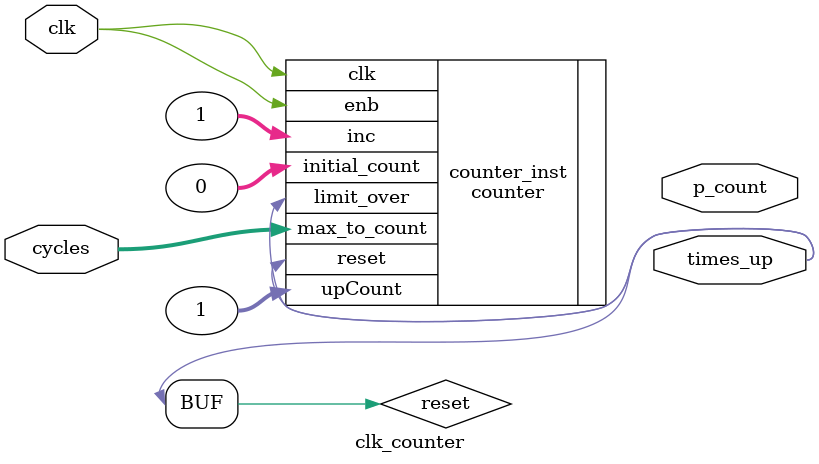
<source format=v>
`timescale 1ns / 1ps
/*
A special type of counter which counts the number of clock cycles passed.
PARAMS:
    b   -> number of bits in total cycles which is to be count.
INPUTS:
    cycles  -> a b bit number, to which we want to count.
OUTPUTS:
    times_up -> 1 bit signal, weather the given number of cycles is passed(1) or not(0)
*/

module clk_counter #(parameter b = 8)(
    input [b-1:0]  cycles,
    input          clk,
    output         times_up,
    output [b-1:0] p_count
    );
    wire reset;
    
  counter       #(.b(b)) 
  counter_inst  (.initial_count(0),
                 .inc(1),
                 .max_to_count(cycles),
                 .enb(clk),
                 .upCount(1),
                 .reset(reset),
                 .clk(clk),
                 .limit_over(times_up));
  assign reset = times_up;
  
endmodule

</source>
